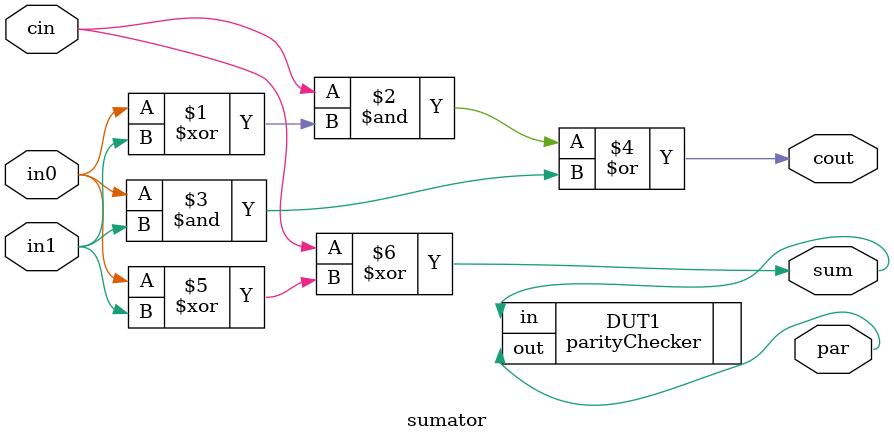
<source format=v>
module sumator(input cin, input in0, input in1, output wire cout, output wire sum, output wire par);
	
	assign cout = (cin & (in0 ^ in1))|(in0 & in1);
	assign sum = cin ^ (in0 ^ in1);
	
	parityChecker DUT1(.in(sum),.out(par));
endmodule
</source>
